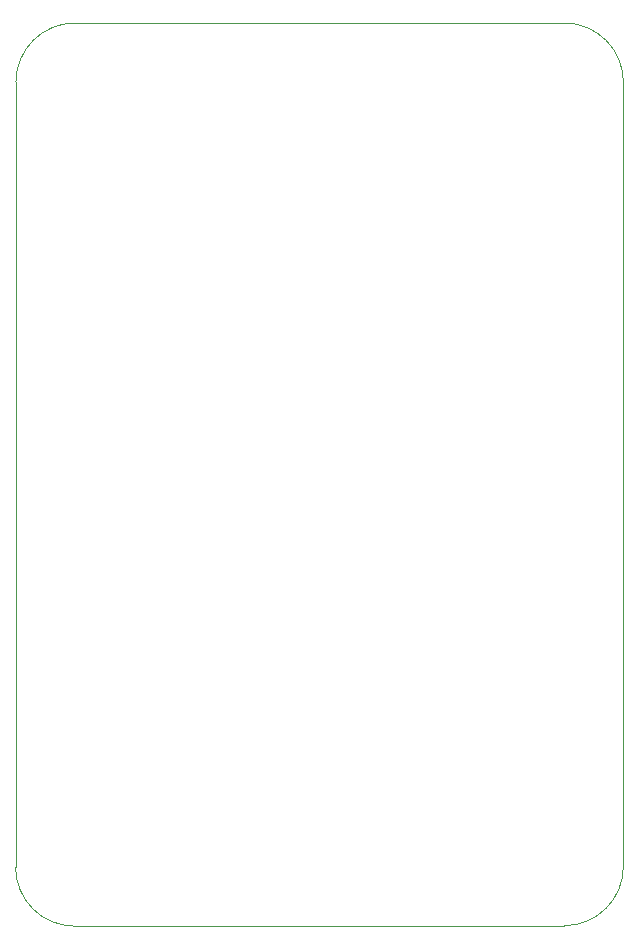
<source format=gbr>
%TF.GenerationSoftware,KiCad,Pcbnew,8.0.5*%
%TF.CreationDate,2024-11-08T20:04:07-05:00*%
%TF.ProjectId,Main,4d61696e-2e6b-4696-9361-645f70636258,rev?*%
%TF.SameCoordinates,Original*%
%TF.FileFunction,Profile,NP*%
%FSLAX46Y46*%
G04 Gerber Fmt 4.6, Leading zero omitted, Abs format (unit mm)*
G04 Created by KiCad (PCBNEW 8.0.5) date 2024-11-08 20:04:07*
%MOMM*%
%LPD*%
G01*
G04 APERTURE LIST*
%TA.AperFunction,Profile*%
%ADD10C,0.050000*%
%TD*%
G04 APERTURE END LIST*
D10*
X133535534Y-130535534D02*
G75*
G02*
X128535466Y-125535534I-34J5000034D01*
G01*
X133571069Y-54071070D02*
X175000000Y-54071068D01*
X180000000Y-125500000D02*
G75*
G02*
X175000000Y-130500000I-5000000J0D01*
G01*
X180000000Y-59071068D02*
X180000000Y-125500000D01*
X175000000Y-54071068D02*
G75*
G02*
X179999932Y-59071068I0J-4999932D01*
G01*
X128535534Y-125535534D02*
X128571069Y-59071070D01*
X175000000Y-130500000D02*
X133535534Y-130535534D01*
X128571069Y-59071070D02*
G75*
G02*
X133571069Y-54071069I4999991J10D01*
G01*
M02*

</source>
